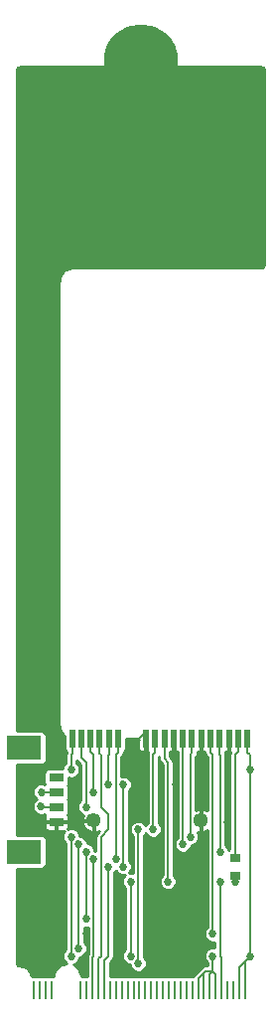
<source format=gtl>
G04 #@! TF.FileFunction,Copper,L1,Top,Signal*
%FSLAX46Y46*%
G04 Gerber Fmt 4.6, Leading zero omitted, Abs format (unit mm)*
G04 Created by KiCad (PCBNEW 4.0.5) date Monday, October 16, 2017 'PMt' 01:44:04 PM*
%MOMM*%
%LPD*%
G01*
G04 APERTURE LIST*
%ADD10C,0.100000*%
%ADD11R,0.558800X1.500000*%
%ADD12O,1.270000X1.270000*%
%ADD13C,5.080000*%
%ADD14R,1.300000X0.800000*%
%ADD15R,3.000000X2.100000*%
%ADD16R,0.889000X0.635000*%
%ADD17C,6.350000*%
%ADD18R,0.254000X1.600000*%
%ADD19C,0.685800*%
%ADD20C,0.177800*%
%ADD21C,0.254000*%
G04 APERTURE END LIST*
D10*
D11*
X49316400Y-122466000D03*
X48529000Y-122466000D03*
X47741600Y-122466000D03*
X46954200Y-122466000D03*
X46166800Y-122466000D03*
X45379400Y-122466000D03*
X44592000Y-122466000D03*
X43804600Y-122466000D03*
X43017200Y-122466000D03*
X42229800Y-122466000D03*
X41442400Y-122466000D03*
X40655000Y-122466000D03*
X38292800Y-122466000D03*
X37505400Y-122466000D03*
X36718000Y-122466000D03*
X35930600Y-122466000D03*
X35143200Y-122466000D03*
X34355800Y-122466000D03*
D12*
X36210000Y-129432000D03*
X45354000Y-129432000D03*
D13*
X38496000Y-79066000D03*
D14*
X33020000Y-129540000D03*
X33020000Y-128290000D03*
X33020000Y-127040000D03*
X33020000Y-125790000D03*
D15*
X30270000Y-132090000D03*
X30270000Y-123240000D03*
D16*
X48260000Y-134112000D03*
X48260000Y-132588000D03*
D17*
X40210000Y-64780000D03*
D18*
X49110000Y-143880000D03*
X48610000Y-143880000D03*
X48110000Y-143880000D03*
X47610000Y-143880000D03*
X47110000Y-143880000D03*
X46610000Y-143880000D03*
X46110000Y-143880000D03*
X45610000Y-143880000D03*
X45110000Y-143880000D03*
X44610000Y-143880000D03*
X44110000Y-143880000D03*
X43610000Y-143880000D03*
X43110000Y-143880000D03*
X42610000Y-143880000D03*
X42110000Y-143880000D03*
X41610000Y-143880000D03*
X41110000Y-143880000D03*
X40610000Y-143880000D03*
X40110000Y-143880000D03*
X39610000Y-143880000D03*
X39110000Y-143880000D03*
X38610000Y-143880000D03*
X38110000Y-143880000D03*
X37610000Y-143880000D03*
X37110000Y-143880000D03*
X36610000Y-143880000D03*
X36110000Y-143880000D03*
X35610000Y-143880000D03*
X35110000Y-143880000D03*
X32610000Y-143880000D03*
X32110000Y-143880000D03*
X31610000Y-143880000D03*
X31110000Y-143880000D03*
D19*
X49530000Y-140970000D03*
X46355000Y-140970000D03*
X49530000Y-125095000D03*
X34290000Y-125095000D03*
X41275000Y-139700000D03*
X38735000Y-139700000D03*
X35560000Y-139065000D03*
X43180000Y-126365000D03*
X39370000Y-123190000D03*
X47625000Y-129540000D03*
X35560000Y-137795000D03*
X46990000Y-132080000D03*
X35560000Y-132080000D03*
X46355000Y-139065000D03*
X44450000Y-130810000D03*
X34290000Y-130810000D03*
X34290000Y-140970000D03*
X43815000Y-131445000D03*
X34925000Y-131445000D03*
X34925000Y-140335000D03*
X39370000Y-134620000D03*
X39370000Y-140970000D03*
X42545000Y-134620000D03*
X40005000Y-130175000D03*
X40005000Y-141605000D03*
X41275000Y-130175000D03*
X38100000Y-132715000D03*
X36195000Y-132715000D03*
X37465000Y-126365000D03*
X38735000Y-126365000D03*
X38735000Y-133350000D03*
X37465000Y-133350000D03*
X31750000Y-127000000D03*
X36195000Y-127000000D03*
X31710000Y-128230000D03*
X35560000Y-128270000D03*
X48260000Y-134620000D03*
X46990000Y-134620000D03*
D20*
X48610000Y-143880000D02*
X48610000Y-141890000D01*
X48610000Y-141890000D02*
X49530000Y-140970000D01*
X46355000Y-142240000D02*
X46355000Y-140970000D01*
X46110000Y-143880000D02*
X46110000Y-142485000D01*
X46110000Y-142485000D02*
X46355000Y-142240000D01*
X45610000Y-143880000D02*
X45610000Y-142350000D01*
X45610000Y-142350000D02*
X45720000Y-142240000D01*
X45110000Y-143880000D02*
X45110000Y-142850000D01*
X46610000Y-142495000D02*
X46610000Y-143880000D01*
X46355000Y-142240000D02*
X46610000Y-142495000D01*
X45720000Y-142240000D02*
X46355000Y-142240000D01*
X45110000Y-142850000D02*
X45720000Y-142240000D01*
X49110000Y-143880000D02*
X49110000Y-141390000D01*
X49110000Y-141390000D02*
X49530000Y-140970000D01*
X49530000Y-140970000D02*
X49530000Y-125095000D01*
X49316400Y-122066000D02*
X49316400Y-123611400D01*
X49316400Y-123611400D02*
X49530000Y-123825000D01*
X34290000Y-125095000D02*
X34290000Y-123825000D01*
X34355800Y-123759200D02*
X34355800Y-122066000D01*
X34290000Y-123825000D02*
X34355800Y-123759200D01*
X49530000Y-125095000D02*
X49530000Y-123825000D01*
X48529000Y-122066000D02*
X48529000Y-123556000D01*
X48529000Y-123556000D02*
X48260000Y-123825000D01*
X48260000Y-123825000D02*
X48260000Y-132588000D01*
X43017200Y-122066000D02*
X43017200Y-123662200D01*
X43180000Y-123825000D02*
X43180000Y-126365000D01*
X43017200Y-123662200D02*
X43180000Y-123825000D01*
X47741600Y-122066000D02*
X47741600Y-123708400D01*
X47741600Y-123708400D02*
X47640000Y-123810000D01*
X40655000Y-122066000D02*
X40494000Y-122066000D01*
X40494000Y-122066000D02*
X39370000Y-123190000D01*
X47640000Y-123810000D02*
X47640000Y-129525000D01*
X47640000Y-129525000D02*
X47625000Y-129540000D01*
X45354000Y-122066000D02*
X45354000Y-129432000D01*
X46954200Y-123789200D02*
X46954200Y-122066000D01*
X46990000Y-123825000D02*
X46954200Y-123789200D01*
X46990000Y-132080000D02*
X46990000Y-123825000D01*
X35560000Y-137795000D02*
X35560000Y-132080000D01*
X46166800Y-122066000D02*
X46166800Y-123636800D01*
X46355000Y-123825000D02*
X46355000Y-139065000D01*
X46166800Y-123636800D02*
X46355000Y-123825000D01*
X44450000Y-123825000D02*
X44450000Y-130810000D01*
X34290000Y-140970000D02*
X34290000Y-130810000D01*
X44592000Y-122066000D02*
X44592000Y-123683000D01*
X44592000Y-123683000D02*
X44450000Y-123825000D01*
X43804600Y-123814600D02*
X43804600Y-122066000D01*
X43815000Y-123825000D02*
X43804600Y-123814600D01*
X43815000Y-131445000D02*
X43815000Y-123825000D01*
X34925000Y-140335000D02*
X34925000Y-131445000D01*
X39370000Y-140970000D02*
X39370000Y-134620000D01*
X42229800Y-124144800D02*
X42229800Y-122066000D01*
X42545000Y-124460000D02*
X42229800Y-124144800D01*
X42545000Y-134620000D02*
X42545000Y-124460000D01*
X40005000Y-141605000D02*
X40005000Y-130175000D01*
X41442400Y-123657600D02*
X41442400Y-122066000D01*
X41275000Y-123825000D02*
X41442400Y-123657600D01*
X41275000Y-130175000D02*
X41275000Y-123825000D01*
X36110000Y-143880000D02*
X36110000Y-141055000D01*
X38292800Y-123632200D02*
X38292800Y-122066000D01*
X38100000Y-123825000D02*
X38292800Y-123632200D01*
X38100000Y-132715000D02*
X38100000Y-123825000D01*
X36195000Y-140970000D02*
X36195000Y-132715000D01*
X36110000Y-141055000D02*
X36195000Y-140970000D01*
X37110000Y-143880000D02*
X37110000Y-141325000D01*
X37505400Y-123784600D02*
X37505400Y-122066000D01*
X37465000Y-123825000D02*
X37505400Y-123784600D01*
X37465000Y-126365000D02*
X37465000Y-123825000D01*
X38735000Y-133350000D02*
X38735000Y-126365000D01*
X37465000Y-140970000D02*
X37465000Y-133350000D01*
X37110000Y-141325000D02*
X37465000Y-140970000D01*
X36610000Y-143880000D02*
X36610000Y-141190000D01*
X36718000Y-123713000D02*
X36718000Y-122066000D01*
X36830000Y-123825000D02*
X36718000Y-123713000D01*
X36830000Y-128270000D02*
X36830000Y-123825000D01*
X37465000Y-128905000D02*
X36830000Y-128270000D01*
X37465000Y-130175000D02*
X37465000Y-128905000D01*
X36830000Y-130810000D02*
X37465000Y-130175000D01*
X36830000Y-140970000D02*
X36830000Y-130810000D01*
X36610000Y-141190000D02*
X36830000Y-140970000D01*
X31790000Y-127040000D02*
X33020000Y-127040000D01*
X31750000Y-127000000D02*
X31790000Y-127040000D01*
X35930600Y-122066000D02*
X35930600Y-123530600D01*
X35930600Y-123530600D02*
X36210000Y-123810000D01*
X36195000Y-123825000D02*
X36210000Y-123810000D01*
X36195000Y-127000000D02*
X36195000Y-123825000D01*
X33020000Y-128290000D02*
X31770000Y-128290000D01*
X31770000Y-128290000D02*
X31710000Y-128230000D01*
X35143200Y-122066000D02*
X35143200Y-124043200D01*
X35143200Y-124043200D02*
X35560000Y-124460000D01*
X35560000Y-128270000D02*
X35560000Y-124460000D01*
X47110000Y-143880000D02*
X47110000Y-141090000D01*
X48260000Y-134620000D02*
X48260000Y-134112000D01*
X46990000Y-140970000D02*
X46990000Y-134620000D01*
X47110000Y-141090000D02*
X46990000Y-140970000D01*
D21*
G36*
X43100700Y-122529500D02*
X43080700Y-122529500D01*
X43080700Y-123501750D01*
X43175950Y-123597000D01*
X43334700Y-123597000D01*
X43334700Y-123814600D01*
X43345100Y-123866884D01*
X43345100Y-130891224D01*
X43201665Y-131034408D01*
X43091226Y-131300376D01*
X43090975Y-131588361D01*
X43200950Y-131854521D01*
X43404408Y-132058335D01*
X43670376Y-132168774D01*
X43958361Y-132169025D01*
X44224521Y-132059050D01*
X44428335Y-131855592D01*
X44538774Y-131589624D01*
X44538823Y-131533977D01*
X44593361Y-131534025D01*
X44859521Y-131424050D01*
X45063335Y-131220592D01*
X45173774Y-130954624D01*
X45174025Y-130666639D01*
X45064050Y-130400479D01*
X45051226Y-130387632D01*
X45132654Y-130423603D01*
X45290500Y-130350771D01*
X45290500Y-129495500D01*
X45270500Y-129495500D01*
X45270500Y-129368500D01*
X45290500Y-129368500D01*
X45290500Y-128513229D01*
X45132654Y-128440397D01*
X44919900Y-128534381D01*
X44919900Y-124019639D01*
X44924269Y-124015270D01*
X45026131Y-123862823D01*
X45033654Y-123825000D01*
X45061900Y-123683000D01*
X45061900Y-123597000D01*
X45220650Y-123597000D01*
X45315900Y-123501750D01*
X45315900Y-122529500D01*
X45295900Y-122529500D01*
X45295900Y-122486000D01*
X45462900Y-122486000D01*
X45462900Y-122529500D01*
X45442900Y-122529500D01*
X45442900Y-123501750D01*
X45538150Y-123597000D01*
X45696900Y-123597000D01*
X45696900Y-123636800D01*
X45716597Y-123735823D01*
X45732669Y-123816623D01*
X45834531Y-123969069D01*
X45885100Y-124019638D01*
X45885100Y-128577230D01*
X45575346Y-128440397D01*
X45417500Y-128513229D01*
X45417500Y-129368500D01*
X45437500Y-129368500D01*
X45437500Y-129495500D01*
X45417500Y-129495500D01*
X45417500Y-130350771D01*
X45575346Y-130423603D01*
X45885100Y-130286770D01*
X45885100Y-138511224D01*
X45741665Y-138654408D01*
X45631226Y-138920376D01*
X45630975Y-139208361D01*
X45740950Y-139474521D01*
X45944408Y-139678335D01*
X46210376Y-139788774D01*
X46498361Y-139789025D01*
X46520100Y-139780043D01*
X46520100Y-140254728D01*
X46499624Y-140246226D01*
X46211639Y-140245975D01*
X45945479Y-140355950D01*
X45741665Y-140559408D01*
X45631226Y-140825376D01*
X45630975Y-141113361D01*
X45740950Y-141379521D01*
X45885100Y-141523923D01*
X45885100Y-141770100D01*
X45720000Y-141770100D01*
X45557461Y-141802431D01*
X45540177Y-141805869D01*
X45387730Y-141907731D01*
X44777731Y-142517731D01*
X44675869Y-142670177D01*
X44671620Y-142691536D01*
X44483000Y-142691536D01*
X44355486Y-142715530D01*
X44237000Y-142691536D01*
X43983000Y-142691536D01*
X43855486Y-142715530D01*
X43737000Y-142691536D01*
X43483000Y-142691536D01*
X43355486Y-142715530D01*
X43237000Y-142691536D01*
X42983000Y-142691536D01*
X42855486Y-142715530D01*
X42737000Y-142691536D01*
X42483000Y-142691536D01*
X42355486Y-142715530D01*
X42237000Y-142691536D01*
X41983000Y-142691536D01*
X41855486Y-142715530D01*
X41737000Y-142691536D01*
X41483000Y-142691536D01*
X41355486Y-142715530D01*
X41237000Y-142691536D01*
X40983000Y-142691536D01*
X40855486Y-142715530D01*
X40737000Y-142691536D01*
X40483000Y-142691536D01*
X40355486Y-142715530D01*
X40237000Y-142691536D01*
X39983000Y-142691536D01*
X39855486Y-142715530D01*
X39737000Y-142691536D01*
X39483000Y-142691536D01*
X39355486Y-142715530D01*
X39237000Y-142691536D01*
X38983000Y-142691536D01*
X38855486Y-142715530D01*
X38737000Y-142691536D01*
X38483000Y-142691536D01*
X38355486Y-142715530D01*
X38237000Y-142691536D01*
X37983000Y-142691536D01*
X37855486Y-142715530D01*
X37737000Y-142691536D01*
X37579900Y-142691536D01*
X37579900Y-141519638D01*
X37797270Y-141302269D01*
X37899131Y-141149823D01*
X37900055Y-141145177D01*
X37934900Y-140970000D01*
X37934900Y-133903776D01*
X38078335Y-133760592D01*
X38099917Y-133708617D01*
X38120950Y-133759521D01*
X38324408Y-133963335D01*
X38590376Y-134073774D01*
X38878361Y-134074025D01*
X38902118Y-134064209D01*
X38756665Y-134209408D01*
X38646226Y-134475376D01*
X38645975Y-134763361D01*
X38755950Y-135029521D01*
X38900100Y-135173923D01*
X38900100Y-140416224D01*
X38756665Y-140559408D01*
X38646226Y-140825376D01*
X38645975Y-141113361D01*
X38755950Y-141379521D01*
X38959408Y-141583335D01*
X39225376Y-141693774D01*
X39281023Y-141693823D01*
X39280975Y-141748361D01*
X39390950Y-142014521D01*
X39594408Y-142218335D01*
X39860376Y-142328774D01*
X40148361Y-142329025D01*
X40414521Y-142219050D01*
X40618335Y-142015592D01*
X40728774Y-141749624D01*
X40729025Y-141461639D01*
X40619050Y-141195479D01*
X40474900Y-141051077D01*
X40474900Y-130728776D01*
X40618335Y-130585592D01*
X40639917Y-130533617D01*
X40660950Y-130584521D01*
X40864408Y-130788335D01*
X41130376Y-130898774D01*
X41418361Y-130899025D01*
X41684521Y-130789050D01*
X41888335Y-130585592D01*
X41998774Y-130319624D01*
X41999025Y-130031639D01*
X41889050Y-129765479D01*
X41744900Y-129621077D01*
X41744900Y-124019639D01*
X41759900Y-124004639D01*
X41759900Y-124144800D01*
X41781721Y-124254500D01*
X41795669Y-124324623D01*
X41897531Y-124477069D01*
X42075100Y-124654639D01*
X42075100Y-134066224D01*
X41931665Y-134209408D01*
X41821226Y-134475376D01*
X41820975Y-134763361D01*
X41930950Y-135029521D01*
X42134408Y-135233335D01*
X42400376Y-135343774D01*
X42688361Y-135344025D01*
X42954521Y-135234050D01*
X43158335Y-135030592D01*
X43268774Y-134764624D01*
X43269025Y-134476639D01*
X43159050Y-134210479D01*
X43014900Y-134066077D01*
X43014900Y-124460000D01*
X42979131Y-124280177D01*
X42945002Y-124229100D01*
X42877269Y-124127730D01*
X42699700Y-123950162D01*
X42699700Y-123597000D01*
X42858450Y-123597000D01*
X42953700Y-123501750D01*
X42953700Y-122529500D01*
X42933700Y-122529500D01*
X42933700Y-122486000D01*
X43100700Y-122486000D01*
X43100700Y-122529500D01*
X43100700Y-122529500D01*
G37*
X43100700Y-122529500D02*
X43080700Y-122529500D01*
X43080700Y-123501750D01*
X43175950Y-123597000D01*
X43334700Y-123597000D01*
X43334700Y-123814600D01*
X43345100Y-123866884D01*
X43345100Y-130891224D01*
X43201665Y-131034408D01*
X43091226Y-131300376D01*
X43090975Y-131588361D01*
X43200950Y-131854521D01*
X43404408Y-132058335D01*
X43670376Y-132168774D01*
X43958361Y-132169025D01*
X44224521Y-132059050D01*
X44428335Y-131855592D01*
X44538774Y-131589624D01*
X44538823Y-131533977D01*
X44593361Y-131534025D01*
X44859521Y-131424050D01*
X45063335Y-131220592D01*
X45173774Y-130954624D01*
X45174025Y-130666639D01*
X45064050Y-130400479D01*
X45051226Y-130387632D01*
X45132654Y-130423603D01*
X45290500Y-130350771D01*
X45290500Y-129495500D01*
X45270500Y-129495500D01*
X45270500Y-129368500D01*
X45290500Y-129368500D01*
X45290500Y-128513229D01*
X45132654Y-128440397D01*
X44919900Y-128534381D01*
X44919900Y-124019639D01*
X44924269Y-124015270D01*
X45026131Y-123862823D01*
X45033654Y-123825000D01*
X45061900Y-123683000D01*
X45061900Y-123597000D01*
X45220650Y-123597000D01*
X45315900Y-123501750D01*
X45315900Y-122529500D01*
X45295900Y-122529500D01*
X45295900Y-122486000D01*
X45462900Y-122486000D01*
X45462900Y-122529500D01*
X45442900Y-122529500D01*
X45442900Y-123501750D01*
X45538150Y-123597000D01*
X45696900Y-123597000D01*
X45696900Y-123636800D01*
X45716597Y-123735823D01*
X45732669Y-123816623D01*
X45834531Y-123969069D01*
X45885100Y-124019638D01*
X45885100Y-128577230D01*
X45575346Y-128440397D01*
X45417500Y-128513229D01*
X45417500Y-129368500D01*
X45437500Y-129368500D01*
X45437500Y-129495500D01*
X45417500Y-129495500D01*
X45417500Y-130350771D01*
X45575346Y-130423603D01*
X45885100Y-130286770D01*
X45885100Y-138511224D01*
X45741665Y-138654408D01*
X45631226Y-138920376D01*
X45630975Y-139208361D01*
X45740950Y-139474521D01*
X45944408Y-139678335D01*
X46210376Y-139788774D01*
X46498361Y-139789025D01*
X46520100Y-139780043D01*
X46520100Y-140254728D01*
X46499624Y-140246226D01*
X46211639Y-140245975D01*
X45945479Y-140355950D01*
X45741665Y-140559408D01*
X45631226Y-140825376D01*
X45630975Y-141113361D01*
X45740950Y-141379521D01*
X45885100Y-141523923D01*
X45885100Y-141770100D01*
X45720000Y-141770100D01*
X45557461Y-141802431D01*
X45540177Y-141805869D01*
X45387730Y-141907731D01*
X44777731Y-142517731D01*
X44675869Y-142670177D01*
X44671620Y-142691536D01*
X44483000Y-142691536D01*
X44355486Y-142715530D01*
X44237000Y-142691536D01*
X43983000Y-142691536D01*
X43855486Y-142715530D01*
X43737000Y-142691536D01*
X43483000Y-142691536D01*
X43355486Y-142715530D01*
X43237000Y-142691536D01*
X42983000Y-142691536D01*
X42855486Y-142715530D01*
X42737000Y-142691536D01*
X42483000Y-142691536D01*
X42355486Y-142715530D01*
X42237000Y-142691536D01*
X41983000Y-142691536D01*
X41855486Y-142715530D01*
X41737000Y-142691536D01*
X41483000Y-142691536D01*
X41355486Y-142715530D01*
X41237000Y-142691536D01*
X40983000Y-142691536D01*
X40855486Y-142715530D01*
X40737000Y-142691536D01*
X40483000Y-142691536D01*
X40355486Y-142715530D01*
X40237000Y-142691536D01*
X39983000Y-142691536D01*
X39855486Y-142715530D01*
X39737000Y-142691536D01*
X39483000Y-142691536D01*
X39355486Y-142715530D01*
X39237000Y-142691536D01*
X38983000Y-142691536D01*
X38855486Y-142715530D01*
X38737000Y-142691536D01*
X38483000Y-142691536D01*
X38355486Y-142715530D01*
X38237000Y-142691536D01*
X37983000Y-142691536D01*
X37855486Y-142715530D01*
X37737000Y-142691536D01*
X37579900Y-142691536D01*
X37579900Y-141519638D01*
X37797270Y-141302269D01*
X37899131Y-141149823D01*
X37900055Y-141145177D01*
X37934900Y-140970000D01*
X37934900Y-133903776D01*
X38078335Y-133760592D01*
X38099917Y-133708617D01*
X38120950Y-133759521D01*
X38324408Y-133963335D01*
X38590376Y-134073774D01*
X38878361Y-134074025D01*
X38902118Y-134064209D01*
X38756665Y-134209408D01*
X38646226Y-134475376D01*
X38645975Y-134763361D01*
X38755950Y-135029521D01*
X38900100Y-135173923D01*
X38900100Y-140416224D01*
X38756665Y-140559408D01*
X38646226Y-140825376D01*
X38645975Y-141113361D01*
X38755950Y-141379521D01*
X38959408Y-141583335D01*
X39225376Y-141693774D01*
X39281023Y-141693823D01*
X39280975Y-141748361D01*
X39390950Y-142014521D01*
X39594408Y-142218335D01*
X39860376Y-142328774D01*
X40148361Y-142329025D01*
X40414521Y-142219050D01*
X40618335Y-142015592D01*
X40728774Y-141749624D01*
X40729025Y-141461639D01*
X40619050Y-141195479D01*
X40474900Y-141051077D01*
X40474900Y-130728776D01*
X40618335Y-130585592D01*
X40639917Y-130533617D01*
X40660950Y-130584521D01*
X40864408Y-130788335D01*
X41130376Y-130898774D01*
X41418361Y-130899025D01*
X41684521Y-130789050D01*
X41888335Y-130585592D01*
X41998774Y-130319624D01*
X41999025Y-130031639D01*
X41889050Y-129765479D01*
X41744900Y-129621077D01*
X41744900Y-124019639D01*
X41759900Y-124004639D01*
X41759900Y-124144800D01*
X41781721Y-124254500D01*
X41795669Y-124324623D01*
X41897531Y-124477069D01*
X42075100Y-124654639D01*
X42075100Y-134066224D01*
X41931665Y-134209408D01*
X41821226Y-134475376D01*
X41820975Y-134763361D01*
X41930950Y-135029521D01*
X42134408Y-135233335D01*
X42400376Y-135343774D01*
X42688361Y-135344025D01*
X42954521Y-135234050D01*
X43158335Y-135030592D01*
X43268774Y-134764624D01*
X43269025Y-134476639D01*
X43159050Y-134210479D01*
X43014900Y-134066077D01*
X43014900Y-124460000D01*
X42979131Y-124280177D01*
X42945002Y-124229100D01*
X42877269Y-124127730D01*
X42699700Y-123950162D01*
X42699700Y-123597000D01*
X42858450Y-123597000D01*
X42953700Y-123501750D01*
X42953700Y-122529500D01*
X42933700Y-122529500D01*
X42933700Y-122486000D01*
X43100700Y-122486000D01*
X43100700Y-122529500D01*
G36*
X50569089Y-65266632D02*
X50661571Y-65328427D01*
X50723368Y-65420911D01*
X50754000Y-65574911D01*
X50754000Y-81985089D01*
X50723368Y-82139089D01*
X50661571Y-82231573D01*
X50569089Y-82293368D01*
X50415089Y-82324000D01*
X34460000Y-82324000D01*
X34415950Y-82332762D01*
X34371040Y-82332762D01*
X34084026Y-82389852D01*
X34084025Y-82389852D01*
X34015937Y-82418055D01*
X33919647Y-82457940D01*
X33919646Y-82457941D01*
X33676329Y-82620520D01*
X33613425Y-82683425D01*
X33550520Y-82746329D01*
X33387940Y-82989646D01*
X33341219Y-83102441D01*
X33319852Y-83154026D01*
X33262762Y-83441039D01*
X33262762Y-83485950D01*
X33254000Y-83530000D01*
X33254000Y-121280000D01*
X33262762Y-121324050D01*
X33262762Y-121368961D01*
X33319852Y-121655974D01*
X33319852Y-121655975D01*
X33387940Y-121820354D01*
X33550520Y-122063671D01*
X33613425Y-122126575D01*
X33676329Y-122189480D01*
X33687936Y-122197236D01*
X33687936Y-123216000D01*
X33714503Y-123357190D01*
X33797946Y-123486865D01*
X33885900Y-123546961D01*
X33885900Y-123600233D01*
X33855869Y-123645177D01*
X33820100Y-123825000D01*
X33820100Y-124541224D01*
X33676665Y-124684408D01*
X33566226Y-124950376D01*
X33566181Y-125001536D01*
X32370000Y-125001536D01*
X32228810Y-125028103D01*
X32099135Y-125111546D01*
X32012141Y-125238866D01*
X31981536Y-125390000D01*
X31981536Y-126190000D01*
X32006502Y-126322682D01*
X31894624Y-126276226D01*
X31606639Y-126275975D01*
X31340479Y-126385950D01*
X31136665Y-126589408D01*
X31026226Y-126855376D01*
X31025975Y-127143361D01*
X31135950Y-127409521D01*
X31329888Y-127603798D01*
X31300479Y-127615950D01*
X31096665Y-127819408D01*
X30986226Y-128085376D01*
X30985975Y-128373361D01*
X31095950Y-128639521D01*
X31299408Y-128843335D01*
X31565376Y-128953774D01*
X31853361Y-128954025D01*
X32038042Y-128877717D01*
X32059743Y-128911442D01*
X32047004Y-128924181D01*
X31989000Y-129064215D01*
X31989000Y-129381250D01*
X32084250Y-129476500D01*
X32956500Y-129476500D01*
X32956500Y-129456500D01*
X33083500Y-129456500D01*
X33083500Y-129476500D01*
X33955750Y-129476500D01*
X34051000Y-129381250D01*
X34051000Y-129064215D01*
X33992996Y-128924181D01*
X33979997Y-128911182D01*
X34027859Y-128841134D01*
X34058464Y-128690000D01*
X34058464Y-127890000D01*
X34031897Y-127748810D01*
X33977687Y-127664564D01*
X34027859Y-127591134D01*
X34058464Y-127440000D01*
X34058464Y-126640000D01*
X34031897Y-126498810D01*
X33977687Y-126414564D01*
X34027859Y-126341134D01*
X34058464Y-126190000D01*
X34058464Y-125782685D01*
X34145376Y-125818774D01*
X34433361Y-125819025D01*
X34699521Y-125709050D01*
X34903335Y-125505592D01*
X35013774Y-125239624D01*
X35014025Y-124951639D01*
X34904050Y-124685479D01*
X34759900Y-124541077D01*
X34759900Y-124299096D01*
X34810931Y-124375469D01*
X35090100Y-124654639D01*
X35090100Y-127716224D01*
X34946665Y-127859408D01*
X34836226Y-128125376D01*
X34835975Y-128413361D01*
X34945950Y-128679521D01*
X35149408Y-128883335D01*
X35323957Y-128955814D01*
X35218404Y-129210655D01*
X35291442Y-129368500D01*
X36146500Y-129368500D01*
X36146500Y-129348500D01*
X36273500Y-129348500D01*
X36273500Y-129368500D01*
X36293500Y-129368500D01*
X36293500Y-129495500D01*
X36273500Y-129495500D01*
X36273500Y-130350771D01*
X36431346Y-130423603D01*
X36647221Y-130328241D01*
X36497731Y-130477731D01*
X36395869Y-130630177D01*
X36360100Y-130810000D01*
X36360100Y-131999728D01*
X36339624Y-131991226D01*
X36283977Y-131991177D01*
X36284025Y-131936639D01*
X36174050Y-131670479D01*
X35970592Y-131466665D01*
X35704624Y-131356226D01*
X35648977Y-131356177D01*
X35649025Y-131301639D01*
X35539050Y-131035479D01*
X35335592Y-130831665D01*
X35069624Y-130721226D01*
X35013977Y-130721177D01*
X35014025Y-130666639D01*
X34904050Y-130400479D01*
X34700592Y-130196665D01*
X34434624Y-130086226D01*
X34146639Y-130085975D01*
X33996174Y-130148146D01*
X34051000Y-130015785D01*
X34051000Y-129698750D01*
X34005595Y-129653345D01*
X35218404Y-129653345D01*
X35352316Y-129976654D01*
X35626033Y-130263416D01*
X35988654Y-130423603D01*
X36146500Y-130350771D01*
X36146500Y-129495500D01*
X35291442Y-129495500D01*
X35218404Y-129653345D01*
X34005595Y-129653345D01*
X33955750Y-129603500D01*
X33083500Y-129603500D01*
X33083500Y-130225750D01*
X33178750Y-130321000D01*
X33745786Y-130321000D01*
X33761894Y-130314328D01*
X33676665Y-130399408D01*
X33566226Y-130665376D01*
X33565975Y-130953361D01*
X33675950Y-131219521D01*
X33820100Y-131363923D01*
X33820100Y-140416224D01*
X33676665Y-140559408D01*
X33566226Y-140825376D01*
X33565975Y-141113361D01*
X33675950Y-141379521D01*
X33878836Y-141582762D01*
X33871038Y-141582762D01*
X33871036Y-141582763D01*
X33584026Y-141639852D01*
X33584025Y-141639852D01*
X33535628Y-141659899D01*
X33419647Y-141707940D01*
X33419646Y-141707941D01*
X33176329Y-141870520D01*
X33113425Y-141933425D01*
X33050520Y-141996329D01*
X32887940Y-142239646D01*
X32846194Y-142340430D01*
X32819852Y-142404026D01*
X32762762Y-142691039D01*
X32762762Y-142696753D01*
X32737000Y-142691536D01*
X32483000Y-142691536D01*
X32355486Y-142715530D01*
X32237000Y-142691536D01*
X31983000Y-142691536D01*
X31855486Y-142715530D01*
X31737000Y-142691536D01*
X31483000Y-142691536D01*
X31355486Y-142715530D01*
X31237000Y-142691536D01*
X30983000Y-142691536D01*
X30907238Y-142705792D01*
X30907238Y-142691040D01*
X30869178Y-142499697D01*
X30869178Y-142499695D01*
X30801089Y-142335316D01*
X30692702Y-142173105D01*
X30608830Y-142089234D01*
X30566895Y-142047298D01*
X30404684Y-141938911D01*
X30240305Y-141870822D01*
X30240303Y-141870822D01*
X30048961Y-141832762D01*
X29850911Y-141793368D01*
X29758427Y-141731571D01*
X29696632Y-141639089D01*
X29666000Y-141485089D01*
X29666000Y-133528464D01*
X31770000Y-133528464D01*
X31911190Y-133501897D01*
X32040865Y-133418454D01*
X32127859Y-133291134D01*
X32158464Y-133140000D01*
X32158464Y-131040000D01*
X32131897Y-130898810D01*
X32048454Y-130769135D01*
X31921134Y-130682141D01*
X31770000Y-130651536D01*
X29666000Y-130651536D01*
X29666000Y-129698750D01*
X31989000Y-129698750D01*
X31989000Y-130015785D01*
X32047004Y-130155819D01*
X32154180Y-130262996D01*
X32294214Y-130321000D01*
X32861250Y-130321000D01*
X32956500Y-130225750D01*
X32956500Y-129603500D01*
X32084250Y-129603500D01*
X31989000Y-129698750D01*
X29666000Y-129698750D01*
X29666000Y-124678464D01*
X31770000Y-124678464D01*
X31911190Y-124651897D01*
X32040865Y-124568454D01*
X32127859Y-124441134D01*
X32158464Y-124290000D01*
X32158464Y-122190000D01*
X32131897Y-122048810D01*
X32048454Y-121919135D01*
X31921134Y-121832141D01*
X31770000Y-121801536D01*
X29666000Y-121801536D01*
X29666000Y-65574911D01*
X29696632Y-65420911D01*
X29758427Y-65328429D01*
X29850911Y-65266632D01*
X30004911Y-65236000D01*
X50415089Y-65236000D01*
X50569089Y-65266632D01*
X50569089Y-65266632D01*
G37*
X50569089Y-65266632D02*
X50661571Y-65328427D01*
X50723368Y-65420911D01*
X50754000Y-65574911D01*
X50754000Y-81985089D01*
X50723368Y-82139089D01*
X50661571Y-82231573D01*
X50569089Y-82293368D01*
X50415089Y-82324000D01*
X34460000Y-82324000D01*
X34415950Y-82332762D01*
X34371040Y-82332762D01*
X34084026Y-82389852D01*
X34084025Y-82389852D01*
X34015937Y-82418055D01*
X33919647Y-82457940D01*
X33919646Y-82457941D01*
X33676329Y-82620520D01*
X33613425Y-82683425D01*
X33550520Y-82746329D01*
X33387940Y-82989646D01*
X33341219Y-83102441D01*
X33319852Y-83154026D01*
X33262762Y-83441039D01*
X33262762Y-83485950D01*
X33254000Y-83530000D01*
X33254000Y-121280000D01*
X33262762Y-121324050D01*
X33262762Y-121368961D01*
X33319852Y-121655974D01*
X33319852Y-121655975D01*
X33387940Y-121820354D01*
X33550520Y-122063671D01*
X33613425Y-122126575D01*
X33676329Y-122189480D01*
X33687936Y-122197236D01*
X33687936Y-123216000D01*
X33714503Y-123357190D01*
X33797946Y-123486865D01*
X33885900Y-123546961D01*
X33885900Y-123600233D01*
X33855869Y-123645177D01*
X33820100Y-123825000D01*
X33820100Y-124541224D01*
X33676665Y-124684408D01*
X33566226Y-124950376D01*
X33566181Y-125001536D01*
X32370000Y-125001536D01*
X32228810Y-125028103D01*
X32099135Y-125111546D01*
X32012141Y-125238866D01*
X31981536Y-125390000D01*
X31981536Y-126190000D01*
X32006502Y-126322682D01*
X31894624Y-126276226D01*
X31606639Y-126275975D01*
X31340479Y-126385950D01*
X31136665Y-126589408D01*
X31026226Y-126855376D01*
X31025975Y-127143361D01*
X31135950Y-127409521D01*
X31329888Y-127603798D01*
X31300479Y-127615950D01*
X31096665Y-127819408D01*
X30986226Y-128085376D01*
X30985975Y-128373361D01*
X31095950Y-128639521D01*
X31299408Y-128843335D01*
X31565376Y-128953774D01*
X31853361Y-128954025D01*
X32038042Y-128877717D01*
X32059743Y-128911442D01*
X32047004Y-128924181D01*
X31989000Y-129064215D01*
X31989000Y-129381250D01*
X32084250Y-129476500D01*
X32956500Y-129476500D01*
X32956500Y-129456500D01*
X33083500Y-129456500D01*
X33083500Y-129476500D01*
X33955750Y-129476500D01*
X34051000Y-129381250D01*
X34051000Y-129064215D01*
X33992996Y-128924181D01*
X33979997Y-128911182D01*
X34027859Y-128841134D01*
X34058464Y-128690000D01*
X34058464Y-127890000D01*
X34031897Y-127748810D01*
X33977687Y-127664564D01*
X34027859Y-127591134D01*
X34058464Y-127440000D01*
X34058464Y-126640000D01*
X34031897Y-126498810D01*
X33977687Y-126414564D01*
X34027859Y-126341134D01*
X34058464Y-126190000D01*
X34058464Y-125782685D01*
X34145376Y-125818774D01*
X34433361Y-125819025D01*
X34699521Y-125709050D01*
X34903335Y-125505592D01*
X35013774Y-125239624D01*
X35014025Y-124951639D01*
X34904050Y-124685479D01*
X34759900Y-124541077D01*
X34759900Y-124299096D01*
X34810931Y-124375469D01*
X35090100Y-124654639D01*
X35090100Y-127716224D01*
X34946665Y-127859408D01*
X34836226Y-128125376D01*
X34835975Y-128413361D01*
X34945950Y-128679521D01*
X35149408Y-128883335D01*
X35323957Y-128955814D01*
X35218404Y-129210655D01*
X35291442Y-129368500D01*
X36146500Y-129368500D01*
X36146500Y-129348500D01*
X36273500Y-129348500D01*
X36273500Y-129368500D01*
X36293500Y-129368500D01*
X36293500Y-129495500D01*
X36273500Y-129495500D01*
X36273500Y-130350771D01*
X36431346Y-130423603D01*
X36647221Y-130328241D01*
X36497731Y-130477731D01*
X36395869Y-130630177D01*
X36360100Y-130810000D01*
X36360100Y-131999728D01*
X36339624Y-131991226D01*
X36283977Y-131991177D01*
X36284025Y-131936639D01*
X36174050Y-131670479D01*
X35970592Y-131466665D01*
X35704624Y-131356226D01*
X35648977Y-131356177D01*
X35649025Y-131301639D01*
X35539050Y-131035479D01*
X35335592Y-130831665D01*
X35069624Y-130721226D01*
X35013977Y-130721177D01*
X35014025Y-130666639D01*
X34904050Y-130400479D01*
X34700592Y-130196665D01*
X34434624Y-130086226D01*
X34146639Y-130085975D01*
X33996174Y-130148146D01*
X34051000Y-130015785D01*
X34051000Y-129698750D01*
X34005595Y-129653345D01*
X35218404Y-129653345D01*
X35352316Y-129976654D01*
X35626033Y-130263416D01*
X35988654Y-130423603D01*
X36146500Y-130350771D01*
X36146500Y-129495500D01*
X35291442Y-129495500D01*
X35218404Y-129653345D01*
X34005595Y-129653345D01*
X33955750Y-129603500D01*
X33083500Y-129603500D01*
X33083500Y-130225750D01*
X33178750Y-130321000D01*
X33745786Y-130321000D01*
X33761894Y-130314328D01*
X33676665Y-130399408D01*
X33566226Y-130665376D01*
X33565975Y-130953361D01*
X33675950Y-131219521D01*
X33820100Y-131363923D01*
X33820100Y-140416224D01*
X33676665Y-140559408D01*
X33566226Y-140825376D01*
X33565975Y-141113361D01*
X33675950Y-141379521D01*
X33878836Y-141582762D01*
X33871038Y-141582762D01*
X33871036Y-141582763D01*
X33584026Y-141639852D01*
X33584025Y-141639852D01*
X33535628Y-141659899D01*
X33419647Y-141707940D01*
X33419646Y-141707941D01*
X33176329Y-141870520D01*
X33113425Y-141933425D01*
X33050520Y-141996329D01*
X32887940Y-142239646D01*
X32846194Y-142340430D01*
X32819852Y-142404026D01*
X32762762Y-142691039D01*
X32762762Y-142696753D01*
X32737000Y-142691536D01*
X32483000Y-142691536D01*
X32355486Y-142715530D01*
X32237000Y-142691536D01*
X31983000Y-142691536D01*
X31855486Y-142715530D01*
X31737000Y-142691536D01*
X31483000Y-142691536D01*
X31355486Y-142715530D01*
X31237000Y-142691536D01*
X30983000Y-142691536D01*
X30907238Y-142705792D01*
X30907238Y-142691040D01*
X30869178Y-142499697D01*
X30869178Y-142499695D01*
X30801089Y-142335316D01*
X30692702Y-142173105D01*
X30608830Y-142089234D01*
X30566895Y-142047298D01*
X30404684Y-141938911D01*
X30240305Y-141870822D01*
X30240303Y-141870822D01*
X30048961Y-141832762D01*
X29850911Y-141793368D01*
X29758427Y-141731571D01*
X29696632Y-141639089D01*
X29666000Y-141485089D01*
X29666000Y-133528464D01*
X31770000Y-133528464D01*
X31911190Y-133501897D01*
X32040865Y-133418454D01*
X32127859Y-133291134D01*
X32158464Y-133140000D01*
X32158464Y-131040000D01*
X32131897Y-130898810D01*
X32048454Y-130769135D01*
X31921134Y-130682141D01*
X31770000Y-130651536D01*
X29666000Y-130651536D01*
X29666000Y-129698750D01*
X31989000Y-129698750D01*
X31989000Y-130015785D01*
X32047004Y-130155819D01*
X32154180Y-130262996D01*
X32294214Y-130321000D01*
X32861250Y-130321000D01*
X32956500Y-130225750D01*
X32956500Y-129603500D01*
X32084250Y-129603500D01*
X31989000Y-129698750D01*
X29666000Y-129698750D01*
X29666000Y-124678464D01*
X31770000Y-124678464D01*
X31911190Y-124651897D01*
X32040865Y-124568454D01*
X32127859Y-124441134D01*
X32158464Y-124290000D01*
X32158464Y-122190000D01*
X32131897Y-122048810D01*
X32048454Y-121919135D01*
X31921134Y-121832141D01*
X31770000Y-121801536D01*
X29666000Y-121801536D01*
X29666000Y-65574911D01*
X29696632Y-65420911D01*
X29758427Y-65328429D01*
X29850911Y-65266632D01*
X30004911Y-65236000D01*
X50415089Y-65236000D01*
X50569089Y-65266632D01*
G36*
X35725100Y-140801498D02*
X35675869Y-140875177D01*
X35640100Y-141055000D01*
X35640100Y-142691536D01*
X35483000Y-142691536D01*
X35355486Y-142715530D01*
X35237000Y-142691536D01*
X35157238Y-142691536D01*
X35157238Y-142691040D01*
X35100148Y-142404026D01*
X35032060Y-142239647D01*
X35032059Y-142239646D01*
X34869480Y-141996329D01*
X34806575Y-141933425D01*
X34743671Y-141870520D01*
X34500354Y-141707940D01*
X34450081Y-141687116D01*
X34699521Y-141584050D01*
X34903335Y-141380592D01*
X35013774Y-141114624D01*
X35013823Y-141058977D01*
X35068361Y-141059025D01*
X35334521Y-140949050D01*
X35538335Y-140745592D01*
X35648774Y-140479624D01*
X35649025Y-140191639D01*
X35539050Y-139925479D01*
X35394900Y-139781077D01*
X35394900Y-138510272D01*
X35415376Y-138518774D01*
X35703361Y-138519025D01*
X35725100Y-138510043D01*
X35725100Y-140801498D01*
X35725100Y-140801498D01*
G37*
X35725100Y-140801498D02*
X35675869Y-140875177D01*
X35640100Y-141055000D01*
X35640100Y-142691536D01*
X35483000Y-142691536D01*
X35355486Y-142715530D01*
X35237000Y-142691536D01*
X35157238Y-142691536D01*
X35157238Y-142691040D01*
X35100148Y-142404026D01*
X35032060Y-142239647D01*
X35032059Y-142239646D01*
X34869480Y-141996329D01*
X34806575Y-141933425D01*
X34743671Y-141870520D01*
X34500354Y-141707940D01*
X34450081Y-141687116D01*
X34699521Y-141584050D01*
X34903335Y-141380592D01*
X35013774Y-141114624D01*
X35013823Y-141058977D01*
X35068361Y-141059025D01*
X35334521Y-140949050D01*
X35538335Y-140745592D01*
X35648774Y-140479624D01*
X35649025Y-140191639D01*
X35539050Y-139925479D01*
X35394900Y-139781077D01*
X35394900Y-138510272D01*
X35415376Y-138518774D01*
X35703361Y-138519025D01*
X35725100Y-138510043D01*
X35725100Y-140801498D01*
G36*
X39994600Y-122529502D02*
X40089848Y-122529502D01*
X39994600Y-122624750D01*
X39994600Y-123291785D01*
X40052604Y-123431819D01*
X40159780Y-123538996D01*
X40299814Y-123597000D01*
X40496250Y-123597000D01*
X40591500Y-123501750D01*
X40591500Y-122529500D01*
X40571500Y-122529500D01*
X40571500Y-122486000D01*
X40738500Y-122486000D01*
X40738500Y-122529500D01*
X40718500Y-122529500D01*
X40718500Y-123501750D01*
X40813750Y-123597000D01*
X40873060Y-123597000D01*
X40840869Y-123645177D01*
X40805100Y-123825000D01*
X40805100Y-129621224D01*
X40661665Y-129764408D01*
X40640083Y-129816383D01*
X40619050Y-129765479D01*
X40415592Y-129561665D01*
X40149624Y-129451226D01*
X39861639Y-129450975D01*
X39595479Y-129560950D01*
X39391665Y-129764408D01*
X39281226Y-130030376D01*
X39280975Y-130318361D01*
X39390950Y-130584521D01*
X39535100Y-130728923D01*
X39535100Y-133904728D01*
X39514624Y-133896226D01*
X39226639Y-133895975D01*
X39202882Y-133905791D01*
X39348335Y-133760592D01*
X39458774Y-133494624D01*
X39459025Y-133206639D01*
X39349050Y-132940479D01*
X39204900Y-132796077D01*
X39204900Y-126918776D01*
X39348335Y-126775592D01*
X39458774Y-126509624D01*
X39459025Y-126221639D01*
X39349050Y-125955479D01*
X39145592Y-125751665D01*
X38879624Y-125641226D01*
X38591639Y-125640975D01*
X38569900Y-125649957D01*
X38569900Y-124019639D01*
X38625069Y-123964470D01*
X38726931Y-123812023D01*
X38742088Y-123735823D01*
X38762700Y-123632200D01*
X38762700Y-123546167D01*
X38843065Y-123494454D01*
X38930059Y-123367134D01*
X38960664Y-123216000D01*
X38960664Y-122486000D01*
X39994600Y-122486000D01*
X39994600Y-122529502D01*
X39994600Y-122529502D01*
G37*
X39994600Y-122529502D02*
X40089848Y-122529502D01*
X39994600Y-122624750D01*
X39994600Y-123291785D01*
X40052604Y-123431819D01*
X40159780Y-123538996D01*
X40299814Y-123597000D01*
X40496250Y-123597000D01*
X40591500Y-123501750D01*
X40591500Y-122529500D01*
X40571500Y-122529500D01*
X40571500Y-122486000D01*
X40738500Y-122486000D01*
X40738500Y-122529500D01*
X40718500Y-122529500D01*
X40718500Y-123501750D01*
X40813750Y-123597000D01*
X40873060Y-123597000D01*
X40840869Y-123645177D01*
X40805100Y-123825000D01*
X40805100Y-129621224D01*
X40661665Y-129764408D01*
X40640083Y-129816383D01*
X40619050Y-129765479D01*
X40415592Y-129561665D01*
X40149624Y-129451226D01*
X39861639Y-129450975D01*
X39595479Y-129560950D01*
X39391665Y-129764408D01*
X39281226Y-130030376D01*
X39280975Y-130318361D01*
X39390950Y-130584521D01*
X39535100Y-130728923D01*
X39535100Y-133904728D01*
X39514624Y-133896226D01*
X39226639Y-133895975D01*
X39202882Y-133905791D01*
X39348335Y-133760592D01*
X39458774Y-133494624D01*
X39459025Y-133206639D01*
X39349050Y-132940479D01*
X39204900Y-132796077D01*
X39204900Y-126918776D01*
X39348335Y-126775592D01*
X39458774Y-126509624D01*
X39459025Y-126221639D01*
X39349050Y-125955479D01*
X39145592Y-125751665D01*
X38879624Y-125641226D01*
X38591639Y-125640975D01*
X38569900Y-125649957D01*
X38569900Y-124019639D01*
X38625069Y-123964470D01*
X38726931Y-123812023D01*
X38742088Y-123735823D01*
X38762700Y-123632200D01*
X38762700Y-123546167D01*
X38843065Y-123494454D01*
X38930059Y-123367134D01*
X38960664Y-123216000D01*
X38960664Y-122486000D01*
X39994600Y-122486000D01*
X39994600Y-122529502D01*
G36*
X47825100Y-122529500D02*
X47805100Y-122529500D01*
X47805100Y-123501750D01*
X47874999Y-123571649D01*
X47825869Y-123645177D01*
X47790100Y-123825000D01*
X47790100Y-131886815D01*
X47700411Y-131903692D01*
X47604050Y-131670479D01*
X47459900Y-131526077D01*
X47459900Y-123825000D01*
X47424131Y-123645177D01*
X47424100Y-123645131D01*
X47424100Y-123597000D01*
X47582850Y-123597000D01*
X47678100Y-123501750D01*
X47678100Y-122529500D01*
X47658100Y-122529500D01*
X47658100Y-122486000D01*
X47825100Y-122486000D01*
X47825100Y-122529500D01*
X47825100Y-122529500D01*
G37*
X47825100Y-122529500D02*
X47805100Y-122529500D01*
X47805100Y-123501750D01*
X47874999Y-123571649D01*
X47825869Y-123645177D01*
X47790100Y-123825000D01*
X47790100Y-131886815D01*
X47700411Y-131903692D01*
X47604050Y-131670479D01*
X47459900Y-131526077D01*
X47459900Y-123825000D01*
X47424131Y-123645177D01*
X47424100Y-123645131D01*
X47424100Y-123597000D01*
X47582850Y-123597000D01*
X47678100Y-123501750D01*
X47678100Y-122529500D01*
X47658100Y-122529500D01*
X47658100Y-122486000D01*
X47825100Y-122486000D01*
X47825100Y-122529500D01*
M02*

</source>
